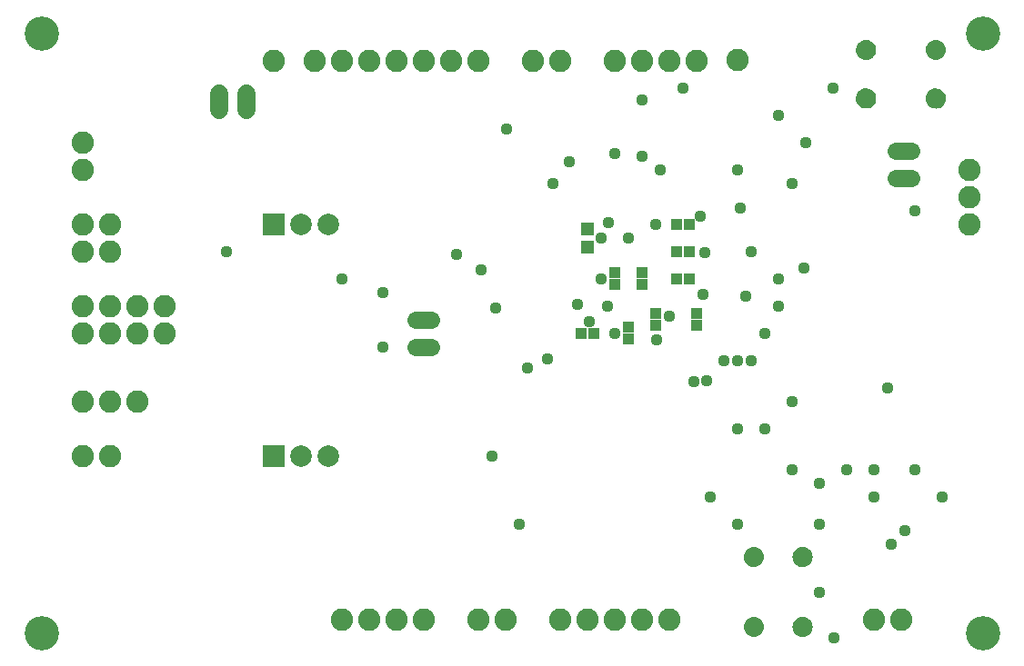
<source format=gbr>
G04 EAGLE Gerber RS-274X export*
G75*
%MOMM*%
%FSLAX34Y34*%
%LPD*%
%INSoldermask Bottom*%
%IPPOS*%
%AMOC8*
5,1,8,0,0,1.08239X$1,22.5*%
G01*
%ADD10C,3.203200*%
%ADD11R,1.103200X1.053200*%
%ADD12R,1.053200X1.103200*%
%ADD13R,1.203200X1.303200*%
%ADD14C,1.625600*%
%ADD15C,1.727200*%
%ADD16C,2.082800*%
%ADD17R,2.003200X2.003200*%
%ADD18C,2.003200*%
%ADD19C,1.117600*%

G36*
X769174Y622813D02*
X769174Y622813D01*
X769195Y622811D01*
X770886Y622963D01*
X770932Y622976D01*
X771008Y622986D01*
X772637Y623465D01*
X772665Y623479D01*
X772686Y623483D01*
X772711Y623497D01*
X772752Y623512D01*
X774256Y624299D01*
X774295Y624328D01*
X774360Y624367D01*
X775682Y625433D01*
X775714Y625469D01*
X775771Y625520D01*
X776860Y626823D01*
X776883Y626864D01*
X776930Y626925D01*
X777743Y628416D01*
X777758Y628461D01*
X777792Y628530D01*
X778299Y630150D01*
X778305Y630198D01*
X778324Y630272D01*
X778505Y631955D01*
X778530Y632153D01*
X778527Y632204D01*
X778531Y632295D01*
X778358Y634004D01*
X778345Y634050D01*
X778333Y634126D01*
X777830Y635768D01*
X777808Y635811D01*
X777782Y635883D01*
X776968Y637396D01*
X776938Y637433D01*
X776898Y637499D01*
X775805Y638823D01*
X775768Y638855D01*
X775717Y638911D01*
X774386Y639997D01*
X774343Y640020D01*
X774282Y640066D01*
X772765Y640871D01*
X772719Y640886D01*
X772650Y640918D01*
X771797Y641174D01*
X771004Y641412D01*
X770957Y641418D01*
X770882Y641436D01*
X769295Y641588D01*
X769278Y641595D01*
X769184Y641636D01*
X769174Y641636D01*
X769166Y641640D01*
X768979Y641651D01*
X767300Y641498D01*
X767253Y641485D01*
X767178Y641475D01*
X765561Y640997D01*
X765518Y640976D01*
X765446Y640951D01*
X763954Y640167D01*
X763916Y640137D01*
X763850Y640099D01*
X762539Y639039D01*
X762508Y639003D01*
X762451Y638952D01*
X761372Y637657D01*
X761348Y637615D01*
X761302Y637554D01*
X760496Y636073D01*
X760481Y636028D01*
X760448Y635959D01*
X759947Y634350D01*
X759941Y634302D01*
X759922Y634228D01*
X759747Y632575D01*
X759700Y632319D01*
X759700Y632297D01*
X759693Y632137D01*
X759878Y630420D01*
X759891Y630373D01*
X759903Y630298D01*
X760419Y628649D01*
X760441Y628606D01*
X760467Y628535D01*
X761295Y627018D01*
X761325Y626980D01*
X761365Y626915D01*
X762473Y625589D01*
X762509Y625558D01*
X762561Y625502D01*
X763906Y624418D01*
X763948Y624395D01*
X764010Y624349D01*
X765541Y623548D01*
X765587Y623534D01*
X765656Y623502D01*
X767313Y623014D01*
X767361Y623009D01*
X767436Y622991D01*
X768904Y622859D01*
X768932Y622843D01*
X768971Y622837D01*
X769008Y622822D01*
X769104Y622817D01*
X769154Y622809D01*
X769174Y622813D01*
G37*
G36*
X704150Y622788D02*
X704150Y622788D01*
X704171Y622786D01*
X705862Y622938D01*
X705908Y622951D01*
X705984Y622961D01*
X707613Y623440D01*
X707641Y623454D01*
X707662Y623458D01*
X707687Y623472D01*
X707728Y623487D01*
X709232Y624274D01*
X709271Y624303D01*
X709336Y624342D01*
X710658Y625408D01*
X710690Y625444D01*
X710747Y625495D01*
X711836Y626798D01*
X711859Y626839D01*
X711906Y626900D01*
X712719Y628391D01*
X712734Y628436D01*
X712768Y628505D01*
X713275Y630125D01*
X713281Y630173D01*
X713300Y630247D01*
X713481Y631930D01*
X713506Y632128D01*
X713503Y632179D01*
X713507Y632270D01*
X713334Y633979D01*
X713321Y634025D01*
X713309Y634101D01*
X712806Y635743D01*
X712784Y635786D01*
X712758Y635858D01*
X711944Y637371D01*
X711914Y637408D01*
X711874Y637474D01*
X710781Y638798D01*
X710744Y638830D01*
X710693Y638886D01*
X709362Y639972D01*
X709319Y639995D01*
X709258Y640041D01*
X707741Y640846D01*
X707695Y640861D01*
X707626Y640893D01*
X706773Y641149D01*
X705980Y641387D01*
X705933Y641393D01*
X705858Y641411D01*
X704271Y641563D01*
X704254Y641570D01*
X704160Y641611D01*
X704150Y641611D01*
X704142Y641615D01*
X703955Y641626D01*
X702276Y641473D01*
X702229Y641460D01*
X702154Y641450D01*
X700537Y640972D01*
X700494Y640951D01*
X700422Y640926D01*
X698930Y640142D01*
X698892Y640112D01*
X698826Y640074D01*
X697515Y639014D01*
X697484Y638978D01*
X697427Y638927D01*
X696348Y637632D01*
X696324Y637590D01*
X696278Y637529D01*
X695472Y636048D01*
X695457Y636003D01*
X695424Y635934D01*
X694923Y634325D01*
X694917Y634277D01*
X694898Y634203D01*
X694723Y632550D01*
X694676Y632294D01*
X694676Y632272D01*
X694669Y632112D01*
X694854Y630395D01*
X694867Y630348D01*
X694879Y630273D01*
X695395Y628624D01*
X695417Y628581D01*
X695443Y628510D01*
X696271Y626993D01*
X696301Y626955D01*
X696341Y626890D01*
X697449Y625564D01*
X697485Y625533D01*
X697537Y625477D01*
X698882Y624393D01*
X698924Y624370D01*
X698986Y624324D01*
X700517Y623523D01*
X700563Y623509D01*
X700632Y623477D01*
X702289Y622989D01*
X702337Y622984D01*
X702412Y622966D01*
X703880Y622834D01*
X703908Y622818D01*
X703947Y622812D01*
X703984Y622797D01*
X704080Y622792D01*
X704130Y622784D01*
X704150Y622788D01*
G37*
G36*
X704150Y577550D02*
X704150Y577550D01*
X704171Y577548D01*
X705862Y577700D01*
X705908Y577713D01*
X705984Y577723D01*
X707613Y578202D01*
X707641Y578216D01*
X707662Y578220D01*
X707687Y578234D01*
X707728Y578249D01*
X709232Y579036D01*
X709271Y579065D01*
X709336Y579104D01*
X710658Y580170D01*
X710690Y580206D01*
X710747Y580257D01*
X711836Y581560D01*
X711859Y581601D01*
X711906Y581662D01*
X712719Y583153D01*
X712734Y583198D01*
X712768Y583267D01*
X713275Y584887D01*
X713281Y584935D01*
X713300Y585009D01*
X713481Y586692D01*
X713506Y586890D01*
X713503Y586941D01*
X713507Y587032D01*
X713334Y588741D01*
X713321Y588787D01*
X713309Y588863D01*
X712806Y590505D01*
X712784Y590548D01*
X712758Y590620D01*
X711944Y592133D01*
X711914Y592170D01*
X711874Y592236D01*
X710781Y593560D01*
X710744Y593592D01*
X710693Y593648D01*
X709362Y594734D01*
X709319Y594757D01*
X709258Y594803D01*
X707741Y595608D01*
X707695Y595623D01*
X707626Y595655D01*
X706773Y595911D01*
X705980Y596149D01*
X705933Y596155D01*
X705858Y596173D01*
X704271Y596325D01*
X704254Y596332D01*
X704160Y596373D01*
X704150Y596373D01*
X704142Y596377D01*
X703955Y596388D01*
X702276Y596235D01*
X702229Y596222D01*
X702154Y596212D01*
X700537Y595734D01*
X700494Y595713D01*
X700422Y595688D01*
X698930Y594904D01*
X698892Y594874D01*
X698826Y594836D01*
X697515Y593776D01*
X697484Y593740D01*
X697427Y593689D01*
X696348Y592394D01*
X696324Y592352D01*
X696278Y592291D01*
X695472Y590810D01*
X695457Y590765D01*
X695424Y590696D01*
X694923Y589087D01*
X694917Y589039D01*
X694898Y588965D01*
X694723Y587312D01*
X694676Y587056D01*
X694676Y587034D01*
X694669Y586874D01*
X694854Y585157D01*
X694867Y585110D01*
X694879Y585035D01*
X695395Y583386D01*
X695417Y583343D01*
X695443Y583272D01*
X696271Y581755D01*
X696301Y581717D01*
X696341Y581652D01*
X697449Y580326D01*
X697485Y580295D01*
X697537Y580239D01*
X698882Y579155D01*
X698924Y579132D01*
X698986Y579086D01*
X700517Y578285D01*
X700563Y578271D01*
X700632Y578239D01*
X702289Y577751D01*
X702337Y577746D01*
X702412Y577728D01*
X703880Y577596D01*
X703908Y577580D01*
X703947Y577574D01*
X703984Y577559D01*
X704080Y577554D01*
X704130Y577546D01*
X704150Y577550D01*
G37*
G36*
X769225Y577525D02*
X769225Y577525D01*
X769246Y577523D01*
X770937Y577675D01*
X770983Y577688D01*
X771059Y577698D01*
X772688Y578177D01*
X772716Y578191D01*
X772737Y578195D01*
X772762Y578209D01*
X772803Y578224D01*
X774307Y579011D01*
X774346Y579040D01*
X774411Y579079D01*
X775733Y580145D01*
X775765Y580181D01*
X775822Y580232D01*
X776911Y581535D01*
X776934Y581576D01*
X776981Y581637D01*
X777794Y583128D01*
X777809Y583173D01*
X777843Y583242D01*
X778350Y584862D01*
X778356Y584910D01*
X778375Y584984D01*
X778556Y586667D01*
X778581Y586865D01*
X778578Y586916D01*
X778582Y587007D01*
X778409Y588716D01*
X778396Y588762D01*
X778384Y588838D01*
X777881Y590480D01*
X777859Y590523D01*
X777833Y590595D01*
X777019Y592108D01*
X776989Y592145D01*
X776949Y592211D01*
X775856Y593535D01*
X775819Y593567D01*
X775768Y593623D01*
X774437Y594709D01*
X774394Y594732D01*
X774333Y594778D01*
X772816Y595583D01*
X772770Y595598D01*
X772701Y595630D01*
X771848Y595886D01*
X771055Y596124D01*
X771008Y596130D01*
X770933Y596148D01*
X769346Y596300D01*
X769329Y596307D01*
X769235Y596348D01*
X769225Y596348D01*
X769217Y596352D01*
X769030Y596363D01*
X767351Y596210D01*
X767304Y596197D01*
X767229Y596187D01*
X765612Y595709D01*
X765569Y595688D01*
X765497Y595663D01*
X764005Y594879D01*
X763967Y594849D01*
X763901Y594811D01*
X762590Y593751D01*
X762559Y593715D01*
X762502Y593664D01*
X761423Y592369D01*
X761399Y592327D01*
X761353Y592266D01*
X760547Y590785D01*
X760532Y590740D01*
X760499Y590671D01*
X759998Y589062D01*
X759992Y589014D01*
X759973Y588940D01*
X759798Y587287D01*
X759751Y587031D01*
X759751Y587009D01*
X759744Y586849D01*
X759929Y585132D01*
X759942Y585085D01*
X759954Y585010D01*
X760470Y583361D01*
X760492Y583318D01*
X760518Y583247D01*
X761346Y581730D01*
X761376Y581692D01*
X761416Y581627D01*
X762524Y580301D01*
X762560Y580270D01*
X762612Y580214D01*
X763957Y579130D01*
X763999Y579107D01*
X764061Y579061D01*
X765592Y578260D01*
X765638Y578246D01*
X765707Y578214D01*
X767364Y577726D01*
X767412Y577721D01*
X767487Y577703D01*
X768955Y577571D01*
X768983Y577555D01*
X769022Y577549D01*
X769059Y577534D01*
X769155Y577529D01*
X769205Y577521D01*
X769225Y577525D01*
G37*
G36*
X646769Y150329D02*
X646769Y150329D01*
X646815Y150342D01*
X646890Y150354D01*
X648539Y150870D01*
X648582Y150892D01*
X648653Y150918D01*
X650170Y151746D01*
X650208Y151776D01*
X650273Y151816D01*
X651599Y152924D01*
X651630Y152960D01*
X651686Y153012D01*
X652770Y154357D01*
X652793Y154399D01*
X652839Y154461D01*
X653640Y155992D01*
X653654Y156038D01*
X653686Y156107D01*
X654174Y157764D01*
X654179Y157812D01*
X654197Y157887D01*
X654329Y159355D01*
X654345Y159383D01*
X654351Y159422D01*
X654366Y159459D01*
X654371Y159555D01*
X654379Y159605D01*
X654376Y159625D01*
X654377Y159646D01*
X654225Y161337D01*
X654212Y161383D01*
X654202Y161459D01*
X653723Y163088D01*
X653702Y163131D01*
X653676Y163203D01*
X652889Y164707D01*
X652860Y164746D01*
X652821Y164811D01*
X651755Y166133D01*
X651719Y166165D01*
X651668Y166222D01*
X650365Y167311D01*
X650324Y167334D01*
X650263Y167381D01*
X648772Y168194D01*
X648727Y168209D01*
X648658Y168243D01*
X647038Y168750D01*
X646990Y168756D01*
X646916Y168775D01*
X645233Y168956D01*
X645035Y168981D01*
X644984Y168978D01*
X644893Y168982D01*
X643184Y168809D01*
X643138Y168796D01*
X643062Y168784D01*
X641420Y168281D01*
X641377Y168259D01*
X641305Y168233D01*
X639792Y167419D01*
X639755Y167389D01*
X639689Y167349D01*
X638365Y166256D01*
X638333Y166219D01*
X638277Y166168D01*
X637191Y164837D01*
X637168Y164794D01*
X637122Y164733D01*
X636317Y163216D01*
X636302Y163170D01*
X636270Y163101D01*
X635776Y161455D01*
X635770Y161408D01*
X635752Y161333D01*
X635600Y159746D01*
X635594Y159729D01*
X635552Y159635D01*
X635552Y159625D01*
X635548Y159617D01*
X635537Y159430D01*
X635690Y157751D01*
X635703Y157704D01*
X635713Y157629D01*
X636191Y156012D01*
X636212Y155969D01*
X636237Y155897D01*
X637021Y154405D01*
X637051Y154367D01*
X637089Y154301D01*
X638149Y152990D01*
X638185Y152959D01*
X638236Y152902D01*
X639531Y151823D01*
X639573Y151799D01*
X639634Y151753D01*
X641115Y150947D01*
X641160Y150932D01*
X641229Y150899D01*
X641539Y150803D01*
X642838Y150398D01*
X642886Y150392D01*
X642960Y150373D01*
X644613Y150198D01*
X644869Y150151D01*
X644891Y150151D01*
X645051Y150144D01*
X646769Y150329D01*
G37*
G36*
X601481Y150278D02*
X601481Y150278D01*
X601527Y150291D01*
X601602Y150303D01*
X603251Y150819D01*
X603294Y150841D01*
X603365Y150867D01*
X604882Y151695D01*
X604920Y151725D01*
X604985Y151765D01*
X606311Y152873D01*
X606342Y152909D01*
X606398Y152961D01*
X607482Y154306D01*
X607505Y154348D01*
X607551Y154410D01*
X608352Y155941D01*
X608366Y155987D01*
X608398Y156056D01*
X608886Y157713D01*
X608891Y157761D01*
X608909Y157836D01*
X609041Y159304D01*
X609057Y159332D01*
X609063Y159371D01*
X609078Y159408D01*
X609083Y159504D01*
X609091Y159554D01*
X609088Y159574D01*
X609089Y159595D01*
X608937Y161286D01*
X608924Y161332D01*
X608914Y161408D01*
X608435Y163037D01*
X608414Y163080D01*
X608388Y163152D01*
X607601Y164656D01*
X607572Y164695D01*
X607533Y164760D01*
X606467Y166082D01*
X606431Y166114D01*
X606380Y166171D01*
X605077Y167260D01*
X605036Y167283D01*
X604975Y167330D01*
X603484Y168143D01*
X603439Y168158D01*
X603370Y168192D01*
X601750Y168699D01*
X601702Y168705D01*
X601628Y168724D01*
X599945Y168905D01*
X599747Y168930D01*
X599696Y168927D01*
X599605Y168931D01*
X597896Y168758D01*
X597850Y168745D01*
X597774Y168733D01*
X596132Y168230D01*
X596089Y168208D01*
X596017Y168182D01*
X594504Y167368D01*
X594467Y167338D01*
X594401Y167298D01*
X593077Y166205D01*
X593045Y166168D01*
X592989Y166117D01*
X591903Y164786D01*
X591880Y164743D01*
X591834Y164682D01*
X591029Y163165D01*
X591014Y163119D01*
X590982Y163050D01*
X590488Y161404D01*
X590482Y161357D01*
X590464Y161282D01*
X590312Y159695D01*
X590306Y159678D01*
X590264Y159584D01*
X590264Y159574D01*
X590260Y159566D01*
X590249Y159379D01*
X590402Y157700D01*
X590415Y157653D01*
X590425Y157578D01*
X590903Y155961D01*
X590924Y155918D01*
X590949Y155846D01*
X591733Y154354D01*
X591763Y154316D01*
X591801Y154250D01*
X592861Y152939D01*
X592897Y152908D01*
X592948Y152851D01*
X594243Y151772D01*
X594285Y151748D01*
X594346Y151702D01*
X595827Y150896D01*
X595872Y150881D01*
X595941Y150848D01*
X596251Y150752D01*
X597550Y150347D01*
X597598Y150341D01*
X597672Y150322D01*
X599325Y150147D01*
X599581Y150100D01*
X599603Y150100D01*
X599763Y150093D01*
X601481Y150278D01*
G37*
G36*
X601506Y85254D02*
X601506Y85254D01*
X601552Y85267D01*
X601627Y85279D01*
X603276Y85795D01*
X603319Y85817D01*
X603390Y85843D01*
X604907Y86671D01*
X604945Y86701D01*
X605010Y86741D01*
X606336Y87849D01*
X606367Y87885D01*
X606423Y87937D01*
X607507Y89282D01*
X607530Y89324D01*
X607576Y89386D01*
X608377Y90917D01*
X608391Y90963D01*
X608423Y91032D01*
X608911Y92689D01*
X608916Y92737D01*
X608934Y92812D01*
X609066Y94280D01*
X609082Y94308D01*
X609088Y94347D01*
X609103Y94384D01*
X609108Y94480D01*
X609116Y94530D01*
X609113Y94550D01*
X609114Y94571D01*
X608962Y96262D01*
X608949Y96308D01*
X608939Y96384D01*
X608460Y98013D01*
X608439Y98056D01*
X608413Y98128D01*
X607626Y99632D01*
X607597Y99671D01*
X607558Y99736D01*
X606492Y101058D01*
X606456Y101090D01*
X606405Y101147D01*
X605102Y102236D01*
X605061Y102259D01*
X605000Y102306D01*
X603509Y103119D01*
X603464Y103134D01*
X603395Y103168D01*
X601775Y103675D01*
X601727Y103681D01*
X601653Y103700D01*
X599970Y103881D01*
X599772Y103906D01*
X599721Y103903D01*
X599630Y103907D01*
X597921Y103734D01*
X597875Y103721D01*
X597799Y103709D01*
X596157Y103206D01*
X596114Y103184D01*
X596042Y103158D01*
X594529Y102344D01*
X594492Y102314D01*
X594426Y102274D01*
X593102Y101181D01*
X593070Y101144D01*
X593014Y101093D01*
X591928Y99762D01*
X591905Y99719D01*
X591859Y99658D01*
X591054Y98141D01*
X591039Y98095D01*
X591007Y98026D01*
X590513Y96380D01*
X590507Y96333D01*
X590489Y96258D01*
X590337Y94671D01*
X590331Y94654D01*
X590289Y94560D01*
X590289Y94550D01*
X590285Y94542D01*
X590274Y94355D01*
X590427Y92676D01*
X590440Y92629D01*
X590450Y92554D01*
X590928Y90937D01*
X590949Y90894D01*
X590974Y90822D01*
X591758Y89330D01*
X591788Y89292D01*
X591826Y89226D01*
X592886Y87915D01*
X592922Y87884D01*
X592973Y87827D01*
X594268Y86748D01*
X594310Y86724D01*
X594371Y86678D01*
X595852Y85872D01*
X595897Y85857D01*
X595966Y85824D01*
X596276Y85728D01*
X597575Y85323D01*
X597623Y85317D01*
X597697Y85298D01*
X599350Y85123D01*
X599606Y85076D01*
X599628Y85076D01*
X599788Y85069D01*
X601506Y85254D01*
G37*
G36*
X646744Y85254D02*
X646744Y85254D01*
X646790Y85267D01*
X646865Y85279D01*
X648514Y85795D01*
X648557Y85817D01*
X648628Y85843D01*
X650145Y86671D01*
X650183Y86701D01*
X650248Y86741D01*
X651574Y87849D01*
X651605Y87885D01*
X651661Y87937D01*
X652745Y89282D01*
X652768Y89324D01*
X652814Y89386D01*
X653615Y90917D01*
X653629Y90963D01*
X653661Y91032D01*
X654149Y92689D01*
X654154Y92737D01*
X654172Y92812D01*
X654304Y94280D01*
X654320Y94308D01*
X654326Y94347D01*
X654341Y94384D01*
X654346Y94480D01*
X654354Y94530D01*
X654351Y94550D01*
X654352Y94571D01*
X654200Y96262D01*
X654187Y96308D01*
X654177Y96384D01*
X653698Y98013D01*
X653677Y98056D01*
X653651Y98128D01*
X652864Y99632D01*
X652835Y99671D01*
X652796Y99736D01*
X651730Y101058D01*
X651694Y101090D01*
X651643Y101147D01*
X650340Y102236D01*
X650299Y102259D01*
X650238Y102306D01*
X648747Y103119D01*
X648702Y103134D01*
X648633Y103168D01*
X647013Y103675D01*
X646965Y103681D01*
X646891Y103700D01*
X645208Y103881D01*
X645010Y103906D01*
X644959Y103903D01*
X644868Y103907D01*
X643159Y103734D01*
X643113Y103721D01*
X643037Y103709D01*
X641395Y103206D01*
X641352Y103184D01*
X641280Y103158D01*
X639767Y102344D01*
X639730Y102314D01*
X639664Y102274D01*
X638340Y101181D01*
X638308Y101144D01*
X638252Y101093D01*
X637166Y99762D01*
X637143Y99719D01*
X637097Y99658D01*
X636292Y98141D01*
X636277Y98095D01*
X636245Y98026D01*
X635751Y96380D01*
X635745Y96333D01*
X635727Y96258D01*
X635575Y94671D01*
X635569Y94654D01*
X635527Y94560D01*
X635527Y94550D01*
X635523Y94542D01*
X635512Y94355D01*
X635665Y92676D01*
X635678Y92629D01*
X635688Y92554D01*
X636166Y90937D01*
X636187Y90894D01*
X636212Y90822D01*
X636996Y89330D01*
X637026Y89292D01*
X637064Y89226D01*
X638124Y87915D01*
X638160Y87884D01*
X638211Y87827D01*
X639506Y86748D01*
X639548Y86724D01*
X639609Y86678D01*
X641090Y85872D01*
X641135Y85857D01*
X641204Y85824D01*
X641514Y85728D01*
X642813Y85323D01*
X642861Y85317D01*
X642935Y85298D01*
X644588Y85123D01*
X644844Y85076D01*
X644866Y85076D01*
X645026Y85069D01*
X646744Y85254D01*
G37*
D10*
X812800Y88900D03*
X812800Y647700D03*
X-63500Y647700D03*
X-63500Y88900D03*
D11*
X482600Y374100D03*
X482600Y362500D03*
X508000Y386800D03*
X508000Y375200D03*
X469900Y413300D03*
X469900Y424900D03*
X495300Y413300D03*
X495300Y424900D03*
X546100Y386800D03*
X546100Y375200D03*
D12*
X527600Y469900D03*
X539200Y469900D03*
X539200Y444500D03*
X527600Y444500D03*
X527600Y419100D03*
X539200Y419100D03*
D13*
X444500Y465700D03*
X444500Y448700D03*
D12*
X450300Y368300D03*
X438700Y368300D03*
D14*
X299212Y355600D02*
X284988Y355600D01*
X284988Y381000D02*
X299212Y381000D01*
X731549Y512358D02*
X745773Y512358D01*
X745773Y537758D02*
X731549Y537758D01*
D15*
X101600Y576580D02*
X101600Y591820D01*
X127000Y591820D02*
X127000Y576580D01*
D16*
X393700Y622300D03*
X419100Y622300D03*
D17*
X152400Y254000D03*
D18*
X177800Y254000D03*
X203200Y254000D03*
D17*
X152400Y469900D03*
D18*
X177800Y469900D03*
X203200Y469900D03*
D16*
X152400Y622300D03*
X584460Y622729D03*
X342900Y101600D03*
X800100Y520700D03*
X800100Y495300D03*
X800100Y469900D03*
X368300Y101346D03*
X342900Y622300D03*
X317500Y622300D03*
X292100Y622300D03*
X266700Y622300D03*
X241300Y622300D03*
X215900Y622300D03*
X190500Y622300D03*
X469900Y622300D03*
X495300Y622300D03*
X520700Y622300D03*
X546100Y622300D03*
X419100Y101600D03*
X444500Y101600D03*
X469900Y101600D03*
X520700Y101600D03*
X-25400Y254000D03*
X0Y254000D03*
X-25400Y304800D03*
X0Y304800D03*
X25400Y304800D03*
X495300Y101600D03*
X736600Y101600D03*
X711200Y101600D03*
X292100Y101600D03*
X266700Y101600D03*
X241300Y101600D03*
X215900Y101600D03*
X-25400Y546100D03*
X-25400Y520700D03*
X-25400Y368300D03*
X-25400Y393700D03*
X0Y368300D03*
X0Y393700D03*
X25400Y368300D03*
X25400Y393700D03*
X50800Y368300D03*
X50800Y393700D03*
X-25400Y469900D03*
X-25400Y444500D03*
X0Y469900D03*
X0Y444500D03*
D19*
X645922Y428752D03*
X586740Y485140D03*
X463000Y393700D03*
X520700Y383836D03*
X549709Y477266D03*
X457200Y419100D03*
X464566Y471068D03*
X508000Y469900D03*
X446544Y379264D03*
X673100Y596900D03*
X647700Y546100D03*
X596900Y444500D03*
X609600Y368300D03*
X322580Y441960D03*
X427990Y528066D03*
X254000Y355600D03*
X254000Y406400D03*
X381000Y190500D03*
X660400Y190500D03*
X660400Y127000D03*
X555593Y323596D03*
X435428Y394970D03*
X596900Y342900D03*
X635000Y241300D03*
X558800Y215900D03*
X469900Y368300D03*
X482600Y457200D03*
X495300Y533400D03*
X622300Y571500D03*
X457200Y457200D03*
X584200Y520700D03*
X512826Y520700D03*
X215900Y419100D03*
X108461Y444500D03*
X543909Y323204D03*
X723900Y317500D03*
X739902Y184150D03*
X591746Y402416D03*
X345387Y427552D03*
X359369Y391871D03*
X355600Y254000D03*
X749300Y482600D03*
X660400Y228600D03*
X571500Y342900D03*
X584200Y190500D03*
X635000Y304800D03*
X609600Y279400D03*
X584200Y279400D03*
X584200Y342900D03*
X369164Y558800D03*
X552450Y404114D03*
X553902Y443738D03*
X533400Y596900D03*
X622300Y393700D03*
X622300Y419100D03*
X509016Y362022D03*
X389116Y335629D03*
X469900Y535612D03*
X495300Y585216D03*
X635000Y508000D03*
X674584Y84074D03*
X412496Y508000D03*
X407164Y344519D03*
X749300Y241300D03*
X774700Y215900D03*
X711200Y241300D03*
X711200Y215900D03*
X685800Y241300D03*
X727456Y171196D03*
M02*

</source>
